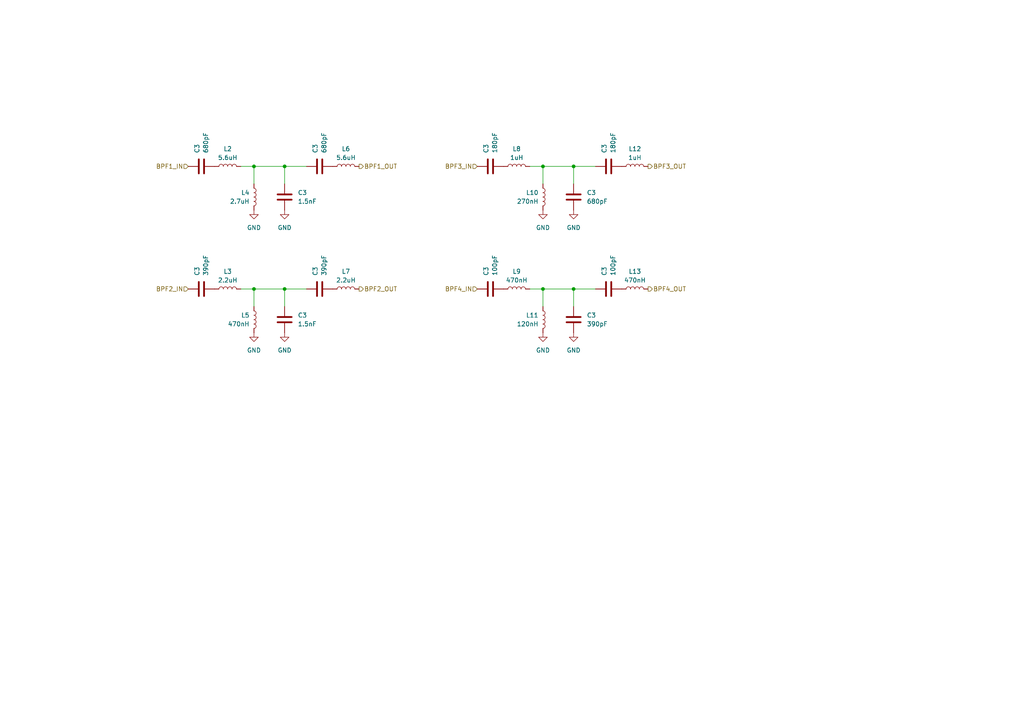
<source format=kicad_sch>
(kicad_sch (version 20230121) (generator eeschema)
  (paper "A4")
  (lib_symbols
    (symbol "Device:C" (pin_numbers hide) (pin_names (offset 0.254))
      (property "Reference" "C" (at 0.635 2.54 0))
      (property "Value" "C" (at 0.635 -2.54 0))
      (symbol "C_0_1"
        (polyline (pts (xy -2.032 -0.762) (xy 2.032 -0.762)) (stroke (width 0.508)))
        (polyline (pts (xy -2.032 0.762) (xy 2.032 0.762)) (stroke (width 0.508)))
      )
      (symbol "C_1_1"
        (pin passive line (at 0 3.81 270) (length 2.794) (name "~") (number "1"))
        (pin passive line (at 0 -3.81 90) (length 2.794) (name "~") (number "2"))
      )
    )
    (symbol "Device:L" (pin_numbers hide) (pin_names (offset 1.016) hide)
      (property "Reference" "L" (at -1.27 0 90))
      (property "Value" "L" (at 1.905 0 90))
      (symbol "L_0_1"
        (arc (start 0 -2.54) (mid 0.6323 -1.905) (end 0 -1.27))
        (arc (start 0 -1.27) (mid 0.6323 -0.635) (end 0 0))
        (arc (start 0 0) (mid 0.6323 0.635) (end 0 1.27))
        (arc (start 0 1.27) (mid 0.6323 1.905) (end 0 2.54))
      )
      (symbol "L_1_1"
        (pin passive line (at 0 3.81 270) (length 1.27) (name "1") (number "1"))
        (pin passive line (at 0 -3.81 90) (length 1.27) (name "2") (number "2"))
      )
    )
    (symbol "power:GND" (power) (pin_names (offset 0))
      (property "Value" "GND" (at 0 -3.81 0))
      (symbol "GND_0_1"
        (polyline (pts (xy 0 0) (xy 0 -1.27) (xy 1.27 -1.27) (xy 0 -2.54) (xy -1.27 -1.27) (xy 0 -1.27)))
      )
      (symbol "GND_1_1"
        (pin power_in line (at 0 0 270) (length 0) hide (name "GND") (number "1"))
      )
    )
  )
  (junction (at 157.48 83.82))
  (junction (at 73.66 48.26))
  (junction (at 166.37 48.26))
  (junction (at 82.55 83.82))
  (junction (at 73.66 83.82))
  (junction (at 166.37 83.82))
  (junction (at 82.55 48.26))
  (junction (at 157.48 48.26))
  (wire (pts (xy 82.55 88.9) (xy 82.55 83.82)))
  (wire (pts (xy 69.85 83.82) (xy 73.66 83.82)))
  (wire (pts (xy 166.37 83.82) (xy 157.48 83.82)))
  (wire (pts (xy 172.72 83.82) (xy 166.37 83.82)))
  (wire (pts (xy 82.55 83.82) (xy 73.66 83.82)))
  (wire (pts (xy 88.9 83.82) (xy 82.55 83.82)))
  (wire (pts (xy 73.66 53.34) (xy 73.66 48.26)))
  (wire (pts (xy 153.67 83.82) (xy 157.48 83.82)))
  (wire (pts (xy 166.37 48.26) (xy 157.48 48.26)))
  (wire (pts (xy 69.85 48.26) (xy 73.66 48.26)))
  (wire (pts (xy 157.48 53.34) (xy 157.48 48.26)))
  (wire (pts (xy 153.67 48.26) (xy 157.48 48.26)))
  (wire (pts (xy 88.9 48.26) (xy 82.55 48.26)))
  (wire (pts (xy 166.37 88.9) (xy 166.37 83.82)))
  (wire (pts (xy 73.66 88.9) (xy 73.66 83.82)))
  (wire (pts (xy 166.37 53.34) (xy 166.37 48.26)))
  (wire (pts (xy 82.55 48.26) (xy 73.66 48.26)))
  (wire (pts (xy 172.72 48.26) (xy 166.37 48.26)))
  (wire (pts (xy 82.55 53.34) (xy 82.55 48.26)))
  (wire (pts (xy 157.48 88.9) (xy 157.48 83.82)))
  (hierarchical_label "BPF4_IN" (shape input) (at 138.43 83.82 180))
  (hierarchical_label "BPF1_IN" (shape input) (at 54.61 48.26 180))
  (hierarchical_label "BPF4_OUT" (shape output) (at 187.96 83.82 0))
  (hierarchical_label "BPF3_IN" (shape input) (at 138.43 48.26 180))
  (hierarchical_label "BPF3_OUT" (shape output) (at 187.96 48.26 0))
  (hierarchical_label "BPF1_OUT" (shape output) (at 104.14 48.26 0))
  (hierarchical_label "BPF2_OUT" (shape output) (at 104.14 83.82 0))
  (hierarchical_label "BPF2_IN" (shape input) (at 54.61 83.82 180))
  (symbol (lib_id "Device:C") (at 142.24 83.82 90) (unit 1)
    (property "Reference" "C3" (at 140.97 80.01 0) (effects (justify left)))
    (property "Value" "100pF" (at 143.51 80.01 0) (effects (justify left)))
    (instances (project "main" (path "" (reference "C3") (unit 1)) (path "" (reference "C18") (unit 1))))
  )
  (symbol (lib_id "Device:L") (at 184.15 83.82 90) (unit 1)
    (property "Reference" "L15" (at 184.15 78.74 90))
    (property "Value" "470nH" (at 184.15 81.28 90))
    (instances (project "main" (path "" (reference "L13") (unit 1))))
  )
  (symbol (lib_id "Device:C") (at 166.37 57.15 0) (unit 1)
    (property "Reference" "C3" (at 170.18 55.88 0) (effects (justify left)))
    (property "Value" "680pF" (at 170.18 58.42 0) (effects (justify left)))
    (instances (project "main" (path "" (reference "C3") (unit 1)) (path "" (reference "C19") (unit 1))))
  )
  (symbol (lib_id "power:GND") (at 166.37 60.96 0) (unit 1)
    (property "Reference" "#PWR022" (effects hide))
    (property "Value" "GND" (at 166.37 66.04 0))
    (instances (project "main" (path "" (reference "#PWR022") (unit 1)) (path "" (reference "#PWR027") (unit 1)) (path "" (reference "#PWR056") (unit 1))))
  )
  (symbol (lib_id "Device:L") (at 66.04 48.26 90) (unit 1)
    (property "Reference" "L5" (at 66.04 43.18 90))
    (property "Value" "5.6uH" (at 66.04 45.72 90))
    (instances (project "main" (path "" (reference "L2") (unit 1))))
  )
  (symbol (lib_id "Device:L") (at 149.86 83.82 90) (unit 1)
    (property "Reference" "L14" (at 149.86 78.74 90))
    (property "Value" "470nH" (at 149.86 81.28 90))
    (instances (project "main" (path "" (reference "L9") (unit 1))))
  )
  (symbol (lib_id "Device:C") (at 58.42 83.82 90) (unit 1)
    (property "Reference" "C3" (at 57.15 80.01 0) (effects (justify left)))
    (property "Value" "390pF" (at 59.69 80.01 0) (effects (justify left)))
    (instances (project "main" (path "" (reference "C3") (unit 1)) (path "" (reference "C12") (unit 1))))
  )
  (symbol (lib_id "Device:L") (at 100.33 48.26 90) (unit 1)
    (property "Reference" "L6" (at 100.33 43.18 90))
    (property "Value" "5.6uH" (at 100.33 45.72 90))
  )
  (symbol (lib_id "Device:L") (at 100.33 83.82 90) (unit 1)
    (property "Reference" "L9" (at 100.33 78.74 90))
    (property "Value" "2.2uH" (at 100.33 81.28 90))
    (instances (project "main" (path "" (reference "L7") (unit 1))))
  )
  (symbol (lib_id "Device:L") (at 157.48 57.15 0) (mirror x) (unit 1)
    (property "Reference" "L13" (at 156.21 55.88 0) (effects (justify right)))
    (property "Value" "270nH" (at 156.21 58.42 0) (effects (justify right)))
    (instances (project "main" (path "" (reference "L10") (unit 1))))
  )
  (symbol (lib_id "power:GND") (at 166.37 96.52 0) (unit 1)
    (property "Reference" "#PWR022" (effects hide))
    (property "Value" "GND" (at 166.37 101.6 0))
    (instances (project "main" (path "" (reference "#PWR022") (unit 1)) (path "" (reference "#PWR027") (unit 1)) (path "" (reference "#PWR057") (unit 1))))
  )
  (symbol (lib_id "Device:C") (at 92.71 83.82 90) (unit 1)
    (property "Reference" "C3" (at 91.44 80.01 0) (effects (justify left)))
    (property "Value" "390pF" (at 93.98 80.01 0) (effects (justify left)))
    (instances (project "main" (path "" (reference "C3") (unit 1)) (path "" (reference "C16") (unit 1))))
  )
  (symbol (lib_id "power:GND") (at 73.66 96.52 0) (unit 1)
    (property "Reference" "#PWR022" (effects hide))
    (property "Value" "GND" (at 73.66 101.6 0))
    (instances (project "main" (path "" (reference "#PWR022") (unit 1)) (path "" (reference "#PWR027") (unit 1)) (path "" (reference "#PWR051") (unit 1))))
  )
  (symbol (lib_id "Device:L") (at 73.66 92.71 0) (mirror x) (unit 1)
    (property "Reference" "L10" (at 72.39 91.44 0) (effects (justify right)))
    (property "Value" "470nH" (at 72.39 93.98 0) (effects (justify right)))
    (instances (project "main" (path "" (reference "L5") (unit 1))))
  )
  (symbol (lib_id "power:GND") (at 157.48 96.52 0) (unit 1)
    (property "Reference" "#PWR022" (effects hide))
    (property "Value" "GND" (at 157.48 101.6 0))
    (instances (project "main" (path "" (reference "#PWR022") (unit 1)) (path "" (reference "#PWR027") (unit 1)) (path "" (reference "#PWR055") (unit 1))))
  )
  (symbol (lib_id "Device:C") (at 92.71 48.26 90) (unit 1)
    (property "Reference" "C3" (at 91.44 44.45 0) (effects (justify left)))
    (property "Value" "680pF" (at 93.98 44.45 0) (effects (justify left)))
    (instances (project "main" (path "" (reference "C3") (unit 1)) (path "" (reference "C15") (unit 1))))
  )
  (symbol (lib_id "Device:C") (at 176.53 83.82 90) (unit 1)
    (property "Reference" "C3" (at 175.26 80.01 0) (effects (justify left)))
    (property "Value" "100pF" (at 177.8 80.01 0) (effects (justify left)))
    (instances (project "main" (path "" (reference "C3") (unit 1)) (path "" (reference "C22") (unit 1))))
  )
  (symbol (lib_id "Device:L") (at 73.66 57.15 0) (mirror x) (unit 1)
    (property "Reference" "L7" (at 72.39 55.88 0) (effects (justify right)))
    (property "Value" "2.7uH" (at 72.39 58.42 0) (effects (justify right)))
    (instances (project "main" (path "" (reference "L4") (unit 1))))
  )
  (symbol (lib_id "power:GND") (at 82.55 60.96 0) (unit 1)
    (property "Reference" "#PWR022" (effects hide))
    (property "Value" "GND" (at 82.55 66.04 0))
    (instances (project "main" (path "" (reference "#PWR022") (unit 1)) (path "" (reference "#PWR027") (unit 1)) (path "" (reference "#PWR052") (unit 1))))
  )
  (symbol (lib_id "Device:C") (at 58.42 48.26 90) (unit 1)
    (property "Reference" "C3" (at 57.15 44.45 0) (effects (justify left)))
    (property "Value" "680pF" (at 59.69 44.45 0) (effects (justify left)))
    (instances (project "main" (path "" (reference "C3") (unit 1)) (path "" (reference "C11") (unit 1))))
  )
  (symbol (lib_id "Device:L") (at 66.04 83.82 90) (unit 1)
    (property "Reference" "L8" (at 66.04 78.74 90))
    (property "Value" "2.2uH" (at 66.04 81.28 90))
    (instances (project "main" (path "" (reference "L3") (unit 1))))
  )
  (symbol (lib_id "Device:C") (at 82.55 92.71 0) (unit 1)
    (property "Reference" "C3" (at 86.36 91.44 0) (effects (justify left)))
    (property "Value" "1.5nF" (at 86.36 93.98 0) (effects (justify left)))
    (instances (project "main" (path "" (reference "C3") (unit 1)) (path "" (reference "C14") (unit 1))))
  )
  (symbol (lib_id "power:GND") (at 82.55 96.52 0) (unit 1)
    (property "Reference" "#PWR022" (effects hide))
    (property "Value" "GND" (at 82.55 101.6 0))
    (instances (project "main" (path "" (reference "#PWR022") (unit 1)) (path "" (reference "#PWR027") (unit 1)) (path "" (reference "#PWR053") (unit 1))))
  )
  (symbol (lib_id "Device:L") (at 157.48 92.71 0) (mirror x) (unit 1)
    (property "Reference" "L16" (at 156.21 91.44 0) (effects (justify right)))
    (property "Value" "120nH" (at 156.21 93.98 0) (effects (justify right)))
    (instances (project "main" (path "" (reference "L11") (unit 1))))
  )
  (symbol (lib_id "Device:C") (at 176.53 48.26 90) (unit 1)
    (property "Reference" "C3" (at 175.26 44.45 0) (effects (justify left)))
    (property "Value" "180pF" (at 177.8 44.45 0) (effects (justify left)))
    (instances (project "main" (path "" (reference "C3") (unit 1)) (path "" (reference "C21") (unit 1))))
  )
  (symbol (lib_id "Device:C") (at 142.24 48.26 90) (unit 1)
    (property "Reference" "C3" (at 140.97 44.45 0) (effects (justify left)))
    (property "Value" "180pF" (at 143.51 44.45 0) (effects (justify left)))
    (instances (project "main" (path "" (reference "C3") (unit 1)) (path "" (reference "C17") (unit 1))))
  )
  (symbol (lib_id "power:GND") (at 157.48 60.96 0) (unit 1)
    (property "Reference" "#PWR022" (effects hide))
    (property "Value" "GND" (at 157.48 66.04 0))
    (instances (project "main" (path "" (reference "#PWR022") (unit 1)) (path "" (reference "#PWR027") (unit 1)) (path "" (reference "#PWR054") (unit 1))))
  )
  (symbol (lib_id "power:GND") (at 73.66 60.96 0) (unit 1)
    (property "Reference" "#PWR022" (effects hide))
    (property "Value" "GND" (at 73.66 66.04 0))
    (instances (project "main" (path "" (reference "#PWR022") (unit 1)) (path "" (reference "#PWR027") (unit 1)) (path "" (reference "#PWR050") (unit 1))))
  )
  (symbol (lib_id "Device:C") (at 82.55 57.15 0) (unit 1)
    (property "Reference" "C3" (at 86.36 55.88 0) (effects (justify left)))
    (property "Value" "1.5nF" (at 86.36 58.42 0) (effects (justify left)))
    (instances (project "main" (path "" (reference "C3") (unit 1)) (path "" (reference "C13") (unit 1))))
  )
  (symbol (lib_id "Device:C") (at 166.37 92.71 0) (unit 1)
    (property "Reference" "C3" (at 170.18 91.44 0) (effects (justify left)))
    (property "Value" "390pF" (at 170.18 93.98 0) (effects (justify left)))
    (instances (project "main" (path "" (reference "C3") (unit 1)) (path "" (reference "C20") (unit 1))))
  )
  (symbol (lib_id "Device:L") (at 184.15 48.26 90) (unit 1)
    (property "Reference" "L12" (at 184.15 43.18 90))
    (property "Value" "1uH" (at 184.15 45.72 90))
  )
  (symbol (lib_id "Device:L") (at 149.86 48.26 90) (unit 1)
    (property "Reference" "L11" (at 149.86 43.18 90))
    (property "Value" "1uH" (at 149.86 45.72 90))
    (instances (project "main" (path "" (reference "L8") (unit 1))))
  )
)
</source>
